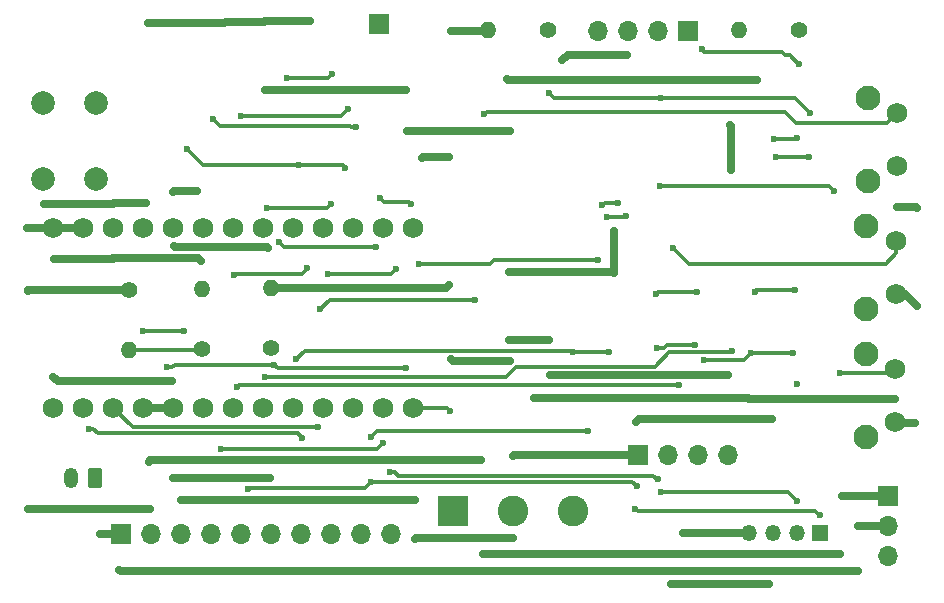
<source format=gbr>
%TF.GenerationSoftware,KiCad,Pcbnew,8.0.6-8.0.6-0~ubuntu24.04.1*%
%TF.CreationDate,2025-11-22T22:57:41-05:00*%
%TF.ProjectId,rook,726f6f6b-2e6b-4696-9361-645f70636258,rev?*%
%TF.SameCoordinates,Original*%
%TF.FileFunction,Copper,L2,Bot*%
%TF.FilePolarity,Positive*%
%FSLAX46Y46*%
G04 Gerber Fmt 4.6, Leading zero omitted, Abs format (unit mm)*
G04 Created by KiCad (PCBNEW 8.0.6-8.0.6-0~ubuntu24.04.1) date 2025-11-22 22:57:41*
%MOMM*%
%LPD*%
G01*
G04 APERTURE LIST*
G04 Aperture macros list*
%AMRoundRect*
0 Rectangle with rounded corners*
0 $1 Rounding radius*
0 $2 $3 $4 $5 $6 $7 $8 $9 X,Y pos of 4 corners*
0 Add a 4 corners polygon primitive as box body*
4,1,4,$2,$3,$4,$5,$6,$7,$8,$9,$2,$3,0*
0 Add four circle primitives for the rounded corners*
1,1,$1+$1,$2,$3*
1,1,$1+$1,$4,$5*
1,1,$1+$1,$6,$7*
1,1,$1+$1,$8,$9*
0 Add four rect primitives between the rounded corners*
20,1,$1+$1,$2,$3,$4,$5,0*
20,1,$1+$1,$4,$5,$6,$7,0*
20,1,$1+$1,$6,$7,$8,$9,0*
20,1,$1+$1,$8,$9,$2,$3,0*%
G04 Aperture macros list end*
%TA.AperFunction,ComponentPad*%
%ADD10R,1.700000X1.700000*%
%TD*%
%TA.AperFunction,ComponentPad*%
%ADD11O,1.700000X1.700000*%
%TD*%
%TA.AperFunction,ComponentPad*%
%ADD12C,1.752600*%
%TD*%
%TA.AperFunction,ComponentPad*%
%ADD13C,1.400000*%
%TD*%
%TA.AperFunction,ComponentPad*%
%ADD14O,1.400000X1.400000*%
%TD*%
%TA.AperFunction,ComponentPad*%
%ADD15C,2.000000*%
%TD*%
%TA.AperFunction,ComponentPad*%
%ADD16C,2.100000*%
%TD*%
%TA.AperFunction,ComponentPad*%
%ADD17C,1.750000*%
%TD*%
%TA.AperFunction,ComponentPad*%
%ADD18O,1.350000X1.350000*%
%TD*%
%TA.AperFunction,ComponentPad*%
%ADD19R,1.350000X1.350000*%
%TD*%
%TA.AperFunction,ComponentPad*%
%ADD20R,2.600000X2.600000*%
%TD*%
%TA.AperFunction,ComponentPad*%
%ADD21C,2.600000*%
%TD*%
%TA.AperFunction,ComponentPad*%
%ADD22O,1.200000X1.750000*%
%TD*%
%TA.AperFunction,ComponentPad*%
%ADD23RoundRect,0.250000X0.350000X0.625000X-0.350000X0.625000X-0.350000X-0.625000X0.350000X-0.625000X0*%
%TD*%
%TA.AperFunction,ViaPad*%
%ADD24C,0.600000*%
%TD*%
%TA.AperFunction,Conductor*%
%ADD25C,0.300000*%
%TD*%
%TA.AperFunction,Conductor*%
%ADD26C,0.700000*%
%TD*%
G04 APERTURE END LIST*
D10*
%TO.P,J9,1,Pin_1*%
%TO.N,V_EXT*%
X6400000Y-42100000D03*
D11*
%TO.P,J9,2,Pin_2*%
%TO.N,BAT*%
X8940000Y-42100000D03*
%TO.P,J9,3,Pin_3*%
%TO.N,3V3*%
X11480000Y-42100000D03*
%TO.P,J9,4,Pin_4*%
%TO.N,SDA*%
X14020000Y-42100000D03*
%TO.P,J9,5,Pin_5*%
%TO.N,SCL*%
X16560000Y-42100000D03*
%TO.P,J9,6,Pin_6*%
%TO.N,GND*%
X19100000Y-42100000D03*
%TO.P,J9,7,Pin_7*%
%TO.N,P0_6*%
X21640000Y-42100000D03*
%TO.P,J9,8,Pin_8*%
%TO.N,P0_8*%
X24180000Y-42100000D03*
%TO.P,J9,9,Pin_9*%
%TO.N,P2*%
X26720000Y-42100000D03*
%TO.P,J9,10,Pin_10*%
%TO.N,P3*%
X29260000Y-42100000D03*
%TD*%
D12*
%TO.P,U2,1,TX0/P0.06*%
%TO.N,P0_6*%
X3240000Y-31450000D03*
%TO.P,U2,2,RX1/P0.08*%
%TO.N,P0_8*%
X5780000Y-31450000D03*
%TO.P,U2,3,GND*%
%TO.N,GND*%
X8320000Y-31450000D03*
%TO.P,U2,4,GND*%
X10860000Y-31450000D03*
%TO.P,U2,5,P0.17*%
%TO.N,RF_SW*%
X13400000Y-31450000D03*
%TO.P,U2,6,P0.20*%
%TO.N,GPS_RX*%
X15940000Y-31450000D03*
%TO.P,U2,7,P0.22*%
%TO.N,GPS_TX*%
X18480000Y-31450000D03*
%TO.P,U2,8,P0.24*%
%TO.N,GPS_EN*%
X21020000Y-31450000D03*
%TO.P,U2,9,P1.00*%
%TO.N,BUTTON_A*%
X23560000Y-31450000D03*
%TO.P,U2,10,P0.11*%
%TO.N,SCL*%
X26100000Y-31450000D03*
%TO.P,U2,11,P1.04*%
%TO.N,SDA*%
X28640000Y-31450000D03*
%TO.P,U2,12,P1.06*%
%TO.N,P1_06*%
X31180000Y-31450000D03*
%TO.P,U2,13,NFC1/P0.09*%
%TO.N,LORA_RST*%
X31180000Y-16210000D03*
%TO.P,U2,14,NFC2/P0.10*%
%TO.N,DIO1*%
X28640000Y-16210000D03*
%TO.P,U2,15,P1.11*%
%TO.N,SCK*%
X26100000Y-16210000D03*
%TO.P,U2,16,P1.13*%
%TO.N,LORA_CS*%
X23560000Y-16210000D03*
%TO.P,U2,17,P1.15*%
%TO.N,MOSI*%
X21020000Y-16210000D03*
%TO.P,U2,18,AIN0/P0.02*%
%TO.N,MISO*%
X18480000Y-16210000D03*
%TO.P,U2,19,AIN5/P0.29*%
%TO.N,BUSY*%
X15940000Y-16210000D03*
%TO.P,U2,20,AIN7/P0.31*%
%TO.N,MESH_BATT_MEASURE*%
X13400000Y-16210000D03*
%TO.P,U2,21,VCC*%
%TO.N,3V3*%
X10860000Y-16210000D03*
%TO.P,U2,22,RST*%
%TO.N,MESH_RST*%
X8320000Y-16210000D03*
%TO.P,U2,23,GND*%
%TO.N,GND*%
X5780000Y-16210000D03*
%TO.P,U2,24,BAT*%
%TO.N,BAT*%
X3240000Y-16210000D03*
%TO.P,U2,25,BAT*%
X700000Y-16210000D03*
%TO.P,U2,26,GND*%
%TO.N,GND*%
X700000Y-31450000D03*
%TD*%
D13*
%TO.P,R10,1*%
%TO.N,P1_06*%
X19150000Y-26380000D03*
D14*
%TO.P,R10,2*%
%TO.N,3V3*%
X19150000Y-21300000D03*
%TD*%
D15*
%TO.P,SW4,1,1*%
%TO.N,MESH_RST*%
X4300000Y-5600000D03*
X4300000Y-12100000D03*
%TO.P,SW4,2,2*%
%TO.N,GND*%
X-200000Y-5600000D03*
X-200000Y-12100000D03*
%TD*%
D16*
%TO.P,SW1,*%
%TO.N,*%
X69660000Y-5200000D03*
X69660000Y-12210000D03*
D17*
%TO.P,SW1,1,1*%
%TO.N,BUTTON_A*%
X72150000Y-6450000D03*
%TO.P,SW1,2,2*%
%TO.N,GND*%
X72150000Y-10950000D03*
%TD*%
D13*
%TO.P,R1,1*%
%TO.N,MESH_BATT_MEASURE*%
X13300000Y-26500000D03*
D14*
%TO.P,R1,2*%
%TO.N,GND*%
X13300000Y-21420000D03*
%TD*%
D16*
%TO.P,SW2,*%
%TO.N,*%
X69560000Y-16050000D03*
X69560000Y-23060000D03*
D17*
%TO.P,SW2,1,1*%
%TO.N,BUTTON_B*%
X72050000Y-17300000D03*
%TO.P,SW2,2,2*%
%TO.N,GND*%
X72050000Y-21800000D03*
%TD*%
D16*
%TO.P,SW3,*%
%TO.N,*%
X69510000Y-26900000D03*
X69510000Y-33910000D03*
D17*
%TO.P,SW3,1,1*%
%TO.N,BUTTON_C*%
X72000000Y-28150000D03*
%TO.P,SW3,2,2*%
%TO.N,GND*%
X72000000Y-32650000D03*
%TD*%
D10*
%TO.P,J3,4,Pin_4*%
%TO.N,SDA*%
X54450000Y440000D03*
D11*
%TO.P,J3,3,Pin_3*%
%TO.N,SCL*%
X51910000Y440000D03*
%TO.P,J3,2,Pin_2*%
%TO.N,GND*%
X49370000Y440000D03*
%TO.P,J3,1,Pin_1*%
%TO.N,3V3*%
X46830000Y440000D03*
%TD*%
D13*
%TO.P,R3,1*%
%TO.N,SCL*%
X42620000Y580000D03*
D14*
%TO.P,R3,2*%
%TO.N,3V3*%
X37540000Y580000D03*
%TD*%
D13*
%TO.P,R2,1*%
%TO.N,BAT*%
X7150000Y-21500000D03*
D14*
%TO.P,R2,2*%
%TO.N,MESH_BATT_MEASURE*%
X7150000Y-26580000D03*
%TD*%
D18*
%TO.P,U4,1,GND*%
%TO.N,GND*%
X59650000Y-42050000D03*
%TO.P,U4,2,VCC*%
%TO.N,3V3*%
X61650000Y-42050000D03*
%TO.P,U4,3,SDA*%
%TO.N,SDA*%
X63650000Y-42050000D03*
D19*
%TO.P,U4,4,SCL*%
%TO.N,SCL*%
X65650000Y-42050000D03*
%TD*%
D10*
%TO.P,J8,1,Pin_1*%
%TO.N,BAT*%
X71400000Y-38920000D03*
D11*
%TO.P,J8,2,Pin_2*%
%TO.N,V_EXT*%
X71400000Y-41460000D03*
%TO.P,J8,3,Pin_3*%
%TO.N,unconnected-(J8-Pin_3-Pad3)*%
X71400000Y-44000000D03*
%TD*%
D20*
%TO.P,J7,1,Pin_1*%
%TO.N,P1_06*%
X34550000Y-40150000D03*
D21*
%TO.P,J7,2,Pin_2*%
%TO.N,3V3*%
X39630000Y-40150000D03*
%TO.P,J7,3,Pin_3*%
%TO.N,GND*%
X44710000Y-40150000D03*
%TD*%
D10*
%TO.P,J4,1,Pin_1*%
%TO.N,ANT*%
X28250000Y1040000D03*
%TD*%
D14*
%TO.P,R4,2*%
%TO.N,3V3*%
X58760000Y570000D03*
D13*
%TO.P,R4,1*%
%TO.N,SDA*%
X63840000Y570000D03*
%TD*%
D10*
%TO.P,J2,1,Pin_1*%
%TO.N,3V3*%
X50180000Y-35450000D03*
D11*
%TO.P,J2,2,Pin_2*%
%TO.N,Net-(J2-Pin_2)*%
X52720000Y-35450000D03*
%TO.P,J2,3,Pin_3*%
%TO.N,Net-(J2-Pin_3)*%
X55260000Y-35450000D03*
%TO.P,J2,4,Pin_4*%
%TO.N,GPS_GND*%
X57800000Y-35450000D03*
%TD*%
D22*
%TO.P,J1,2,Pin_2*%
%TO.N,GND*%
X2200000Y-37400000D03*
D23*
%TO.P,J1,1,Pin_1*%
%TO.N,V_EXT*%
X4200000Y-37400000D03*
%TD*%
D24*
%TO.N,GND*%
X73850000Y-22800000D03*
%TO.N,V_EXT*%
X4700003Y-42100000D03*
%TO.N,GND*%
X10800000Y-29200000D03*
X700000Y-28800000D03*
%TO.N,P3*%
X49200000Y-15200000D03*
X47600000Y-15300000D03*
X31700000Y-19300000D03*
X46800000Y-18900000D03*
%TO.N,P2*%
X48500000Y-14100000D03*
X46000000Y-33400000D03*
X47200000Y-14300000D03*
X27600000Y-33900000D03*
%TO.N,SCL*%
X42700000Y-4800000D03*
%TO.N,LORA_CS*%
X29700000Y-19700000D03*
X24000000Y-20100000D03*
%TO.N,P1_06*%
X10300000Y-28000000D03*
%TO.N,MOSI*%
X12000000Y-9500000D03*
%TO.N,SCK*%
X14200000Y-7000000D03*
X26300000Y-7700000D03*
%TO.N,DIO1*%
X20500000Y-3500000D03*
X19800000Y-17400000D03*
X24300000Y-3200000D03*
X28000000Y-17800000D03*
%TO.N,LORA_RST*%
X31000000Y-14200000D03*
X28400000Y-13700000D03*
%TO.N,RF_SW*%
X22200000Y-19600000D03*
X16000000Y-20200000D03*
%TO.N,MOSI*%
X25400000Y-11100000D03*
X21500000Y-10900000D03*
%TO.N,MISO*%
X24200000Y-14200000D03*
X18800000Y-14500000D03*
%TO.N,BUSY*%
X25700000Y-6100000D03*
X16600000Y-6700000D03*
%TO.N,MESH_BATT_MEASURE*%
X11800000Y-24900000D03*
X8300000Y-24900000D03*
%TO.N,P0_8*%
X23100000Y-33100000D03*
%TO.N,P0_6*%
X21800000Y-34000000D03*
X3700000Y-33200000D03*
%TO.N,SCL*%
X17200000Y-38300000D03*
%TO.N,SDA*%
X14900000Y-34900000D03*
X28640000Y-34400000D03*
%TO.N,P1_06*%
X19400000Y-27800000D03*
X30600000Y-28100000D03*
%TO.N,BUTTON_A*%
X36400000Y-22300000D03*
X23300000Y-23100000D03*
X37200000Y-6600000D03*
%TO.N,BUTTON_B*%
X53200000Y-17900000D03*
%TO.N,BUTTON_C*%
X67300000Y-28500000D03*
X66800000Y-13100000D03*
X52100000Y-12700000D03*
%TO.N,GPS_EN*%
X21300000Y-27300000D03*
X44700000Y-26700000D03*
X47800000Y-26700000D03*
%TO.N,GPS_RX*%
X16300000Y-29700000D03*
X53700000Y-29550000D03*
%TO.N,GPS_TX*%
X58200000Y-26600000D03*
X18600000Y-28800000D03*
%TO.N,Net-(J2-Pin_2)*%
X51800000Y-26400000D03*
X55000000Y-26100000D03*
%TO.N,GPS_RX*%
X51700000Y-21800000D03*
X55200000Y-21600000D03*
%TO.N,GPS_TX*%
X60100000Y-21600000D03*
X63500000Y-21500000D03*
%TO.N,Net-(J2-Pin_3)*%
X63300000Y-26800000D03*
%TO.N,SDA*%
X63650000Y-29400000D03*
%TO.N,Net-(J2-Pin_3)*%
X59800000Y-26800000D03*
X55800000Y-27400000D03*
%TO.N,P1_06*%
X34300000Y-31700000D03*
%TO.N,SCL*%
X50100000Y-38100000D03*
X27600000Y-37700000D03*
%TO.N,SDA*%
X51900000Y-37500000D03*
X29200000Y-36900000D03*
%TO.N,SCL*%
X50000000Y-40000000D03*
X65650000Y-40500000D03*
%TO.N,SDA*%
X52200000Y-38600000D03*
X63650000Y-39300000D03*
%TO.N,3V3*%
X53000000Y-46400000D03*
X61300000Y-46400000D03*
%TO.N,SDA*%
X63840000Y-2300000D03*
%TO.N,SCL*%
X64800000Y-6500000D03*
X52200000Y-5200000D03*
%TO.N,SDA*%
X61700000Y-8700000D03*
X63700000Y-8600000D03*
%TO.N,3V3*%
X58000000Y-7500000D03*
X58100000Y-11300000D03*
%TO.N,SCL*%
X61900000Y-10200000D03*
X64700000Y-10200000D03*
%TO.N,3V3*%
X39160000Y-3590000D03*
X60300000Y-3650000D03*
X46850000Y-3650000D03*
%TO.N,GPS_GND*%
X42800000Y-28650000D03*
X57800000Y-28700000D03*
X42700000Y-25700000D03*
X39300000Y-25700000D03*
%TO.N,GND*%
X18650000Y-4550000D03*
X41450000Y-30650000D03*
X41350000Y-19950000D03*
X73700000Y-32700000D03*
X72150000Y-14450000D03*
X73850000Y-14550000D03*
X49250000Y-1550000D03*
X43800000Y-2000000D03*
X39350000Y-8000000D03*
X30650000Y-8000000D03*
%TO.N,3V3*%
X31350000Y-42550000D03*
X39600000Y-42500000D03*
%TO.N,BAT*%
X37050000Y-43800000D03*
X36950000Y-35900000D03*
X8800000Y-36000000D03*
X67300000Y-43800000D03*
%TO.N,GND*%
X71950000Y-30700000D03*
X44700000Y-30600000D03*
X59650000Y-30700000D03*
%TO.N,3V3*%
X50050000Y-32650000D03*
%TO.N,GND*%
X54000000Y-42050000D03*
X48150000Y-16450000D03*
%TO.N,3V3*%
X34350000Y500000D03*
%TO.N,GND*%
X48150000Y-20000000D03*
X44500000Y-19950000D03*
X39300000Y-19950000D03*
X8700000Y1150000D03*
X8600000Y-14100000D03*
X15200000Y1150000D03*
X18550000Y1250000D03*
X22450000Y1350000D03*
X22400000Y-4550000D03*
X26900000Y-4550000D03*
X30600000Y-4550000D03*
%TO.N,3V3*%
X31900000Y-10300000D03*
X34250000Y-10200000D03*
X10850000Y-13150000D03*
X12850000Y-13100000D03*
X34400000Y-27300000D03*
X39400000Y-27450000D03*
X34250000Y-21050000D03*
X39600000Y-35550000D03*
X31300000Y-39250000D03*
X11550000Y-39250000D03*
%TO.N,BAT*%
X-1550000Y-16200000D03*
X-1450000Y-21550000D03*
X8900000Y-40050000D03*
X-1450000Y-40000000D03*
%TO.N,GND*%
X19050000Y-37400000D03*
X10850000Y-37350000D03*
X750000Y-18800000D03*
%TO.N,3V3*%
X18900000Y-17900000D03*
X10950000Y-17750000D03*
%TO.N,GND*%
X13250000Y-19050000D03*
X5800000Y-18750000D03*
X5850000Y-14100000D03*
X-50000Y-14150000D03*
%TO.N,3V3*%
X61600000Y-32400000D03*
%TO.N,BAT*%
X67500000Y-38900000D03*
%TO.N,V_EXT*%
X68850000Y-45250000D03*
X6300000Y-45150000D03*
X68850000Y-41450000D03*
%TO.N,SDA*%
X55600000Y-1100000D03*
%TD*%
D25*
%TO.N,BUTTON_C*%
X67300000Y-28500000D02*
X71650000Y-28500000D01*
X71650000Y-28500000D02*
X72000000Y-28150000D01*
D26*
%TO.N,GND*%
X72050000Y-21800000D02*
X72850000Y-21800000D01*
X72850000Y-21800000D02*
X73850000Y-22800000D01*
D25*
%TO.N,BUTTON_B*%
X72050000Y-17300000D02*
X72050000Y-18350000D01*
D26*
%TO.N,V_EXT*%
X4700003Y-42100000D02*
X6400000Y-42100000D01*
%TO.N,GND*%
X1100000Y-29200000D02*
X10800000Y-29200000D01*
X700000Y-28800000D02*
X1100000Y-29200000D01*
D25*
%TO.N,P3*%
X49100000Y-15300000D02*
X49200000Y-15200000D01*
X47600000Y-15300000D02*
X49100000Y-15300000D01*
X31700000Y-19300000D02*
X37660051Y-19300000D01*
X38060051Y-18900000D02*
X46800000Y-18900000D01*
X37660051Y-19300000D02*
X38060051Y-18900000D01*
%TO.N,P2*%
X47400000Y-14100000D02*
X47200000Y-14300000D01*
X48500000Y-14100000D02*
X47400000Y-14100000D01*
X28100000Y-33400000D02*
X27600000Y-33900000D01*
X46000000Y-33400000D02*
X28100000Y-33400000D01*
%TO.N,SCL*%
X43100000Y-5200000D02*
X42700000Y-4800000D01*
X52200000Y-5200000D02*
X43100000Y-5200000D01*
%TO.N,LORA_CS*%
X29300000Y-20100000D02*
X29700000Y-19700000D01*
X24000000Y-20100000D02*
X29300000Y-20100000D01*
%TO.N,P1_06*%
X10300000Y-28000000D02*
X10800000Y-28000000D01*
X10800000Y-28000000D02*
X11000000Y-27800000D01*
X11000000Y-27800000D02*
X19400000Y-27800000D01*
%TO.N,MOSI*%
X13400000Y-10900000D02*
X12000000Y-9500000D01*
X21500000Y-10900000D02*
X13400000Y-10900000D01*
%TO.N,SCK*%
X17300000Y-7600000D02*
X14800000Y-7600000D01*
X14800000Y-7600000D02*
X14200000Y-7000000D01*
X26300000Y-7700000D02*
X25900000Y-7700000D01*
X25900000Y-7700000D02*
X25800000Y-7600000D01*
X25800000Y-7600000D02*
X17300000Y-7600000D01*
%TO.N,DIO1*%
X20200000Y-17800000D02*
X19800000Y-17400000D01*
X28000000Y-17800000D02*
X20200000Y-17800000D01*
X24000000Y-3500000D02*
X24300000Y-3200000D01*
X20500000Y-3500000D02*
X24000000Y-3500000D01*
%TO.N,LORA_RST*%
X30800000Y-14000000D02*
X31000000Y-14200000D01*
X28700000Y-14000000D02*
X30800000Y-14000000D01*
X28400000Y-13700000D02*
X28700000Y-14000000D01*
%TO.N,RF_SW*%
X16100000Y-20100000D02*
X21800000Y-20100000D01*
X22200000Y-19700000D02*
X22200000Y-19600000D01*
X16000000Y-20200000D02*
X16100000Y-20100000D01*
X21800000Y-20100000D02*
X22200000Y-19700000D01*
%TO.N,MOSI*%
X25200000Y-10900000D02*
X25400000Y-11100000D01*
X21500000Y-10900000D02*
X25200000Y-10900000D01*
%TO.N,MISO*%
X23900000Y-14500000D02*
X24200000Y-14200000D01*
X18800000Y-14500000D02*
X23600000Y-14500000D01*
X23600000Y-14500000D02*
X23900000Y-14500000D01*
%TO.N,BUSY*%
X25100000Y-6700000D02*
X25700000Y-6100000D01*
X16600000Y-6700000D02*
X25100000Y-6700000D01*
%TO.N,MESH_BATT_MEASURE*%
X8300000Y-24900000D02*
X11800000Y-24900000D01*
X7150000Y-26580000D02*
X13220000Y-26580000D01*
X13220000Y-26580000D02*
X13300000Y-26500000D01*
%TO.N,P0_8*%
X23100000Y-33100000D02*
X7430000Y-33100000D01*
X7430000Y-33100000D02*
X5780000Y-31450000D01*
%TO.N,P0_6*%
X21400000Y-33600000D02*
X21800000Y-34000000D01*
X19400000Y-33600000D02*
X21400000Y-33600000D01*
X3700000Y-33200000D02*
X4100000Y-33200000D01*
X4100000Y-33200000D02*
X4500000Y-33600000D01*
X4500000Y-33600000D02*
X19400000Y-33600000D01*
%TO.N,SCL*%
X17200000Y-38300000D02*
X17300000Y-38200000D01*
X17300000Y-38200000D02*
X27100000Y-38200000D01*
X27100000Y-38200000D02*
X27600000Y-37700000D01*
%TO.N,SDA*%
X14900000Y-34900000D02*
X28140000Y-34900000D01*
X28140000Y-34900000D02*
X28640000Y-34400000D01*
%TO.N,P1_06*%
X19700000Y-28100000D02*
X19400000Y-27800000D01*
X30600000Y-28100000D02*
X19700000Y-28100000D01*
%TO.N,BUTTON_A*%
X71275001Y-7324999D02*
X63624999Y-7324999D01*
X62700000Y-6400000D02*
X37400000Y-6400000D01*
X36400000Y-22300000D02*
X24100000Y-22300000D01*
X63624999Y-7324999D02*
X62700000Y-6400000D01*
X37400000Y-6400000D02*
X37200000Y-6600000D01*
X24100000Y-22300000D02*
X23300000Y-23100000D01*
X72150000Y-6450000D02*
X71275001Y-7324999D01*
%TO.N,BUTTON_B*%
X53200000Y-17900000D02*
X54524999Y-19224999D01*
X54524999Y-19224999D02*
X71175001Y-19224999D01*
X71175001Y-19224999D02*
X72050000Y-18350000D01*
%TO.N,BUTTON_C*%
X52100000Y-12700000D02*
X65800000Y-12700000D01*
X65800000Y-12700000D02*
X66400000Y-12700000D01*
X66400000Y-12700000D02*
X66800000Y-13100000D01*
%TO.N,GPS_EN*%
X22000000Y-26600000D02*
X21300000Y-27300000D01*
X44600000Y-26600000D02*
X22000000Y-26600000D01*
X44700000Y-26700000D02*
X44600000Y-26600000D01*
X47800000Y-26700000D02*
X44700000Y-26700000D01*
%TO.N,GPS_RX*%
X16450000Y-29550000D02*
X16300000Y-29700000D01*
X53700000Y-29550000D02*
X16450000Y-29550000D01*
%TO.N,GPS_TX*%
X52850000Y-26750000D02*
X51650000Y-27950000D01*
X39039949Y-28800000D02*
X18600000Y-28800000D01*
X58200000Y-26600000D02*
X58050000Y-26750000D01*
X58050000Y-26750000D02*
X52850000Y-26750000D01*
X51650000Y-27950000D02*
X39889949Y-27950000D01*
X39889949Y-27950000D02*
X39039949Y-28800000D01*
%TO.N,Net-(J2-Pin_2)*%
X51800000Y-26400000D02*
X52400000Y-26400000D01*
X52400000Y-26400000D02*
X52700000Y-26100000D01*
X52700000Y-26100000D02*
X55000000Y-26100000D01*
%TO.N,GPS_RX*%
X51900000Y-21600000D02*
X51700000Y-21800000D01*
X55200000Y-21600000D02*
X51900000Y-21600000D01*
%TO.N,GPS_TX*%
X63500000Y-21500000D02*
X60200000Y-21500000D01*
X60200000Y-21500000D02*
X60100000Y-21600000D01*
%TO.N,Net-(J2-Pin_3)*%
X63300000Y-26800000D02*
X59800000Y-26800000D01*
X59200000Y-27400000D02*
X59800000Y-26800000D01*
X55800000Y-27400000D02*
X59200000Y-27400000D01*
%TO.N,P1_06*%
X34300000Y-31700000D02*
X34050000Y-31450000D01*
X34050000Y-31450000D02*
X31180000Y-31450000D01*
%TO.N,SCL*%
X49700000Y-37700000D02*
X50100000Y-38100000D01*
X27600000Y-37700000D02*
X49700000Y-37700000D01*
%TO.N,SDA*%
X29900000Y-37200000D02*
X51500000Y-37200000D01*
X29600000Y-36900000D02*
X29900000Y-37200000D01*
X29200000Y-36900000D02*
X29600000Y-36900000D01*
X51800000Y-37500000D02*
X51900000Y-37500000D01*
X51500000Y-37200000D02*
X51800000Y-37500000D01*
%TO.N,SCL*%
X50200000Y-40200000D02*
X50000000Y-40000000D01*
X65200000Y-40200000D02*
X50200000Y-40200000D01*
X65650000Y-40500000D02*
X65500000Y-40500000D01*
X65500000Y-40500000D02*
X65200000Y-40200000D01*
%TO.N,SDA*%
X52200000Y-38600000D02*
X62950000Y-38600000D01*
X62950000Y-38600000D02*
X63650000Y-39300000D01*
D26*
%TO.N,3V3*%
X61300000Y-46400000D02*
X53000000Y-46400000D01*
D25*
%TO.N,SCL*%
X52200000Y-5200000D02*
X63500000Y-5200000D01*
X63500000Y-5200000D02*
X64800000Y-6500000D01*
%TO.N,SDA*%
X61700000Y-8700000D02*
X63600000Y-8700000D01*
X63600000Y-8700000D02*
X63700000Y-8600000D01*
D26*
%TO.N,3V3*%
X58100000Y-7600000D02*
X58000000Y-7500000D01*
X58100000Y-11300000D02*
X58100000Y-7600000D01*
D25*
%TO.N,SCL*%
X64700000Y-10200000D02*
X61900000Y-10200000D01*
D26*
%TO.N,3V3*%
X39220000Y-3650000D02*
X39160000Y-3590000D01*
X41250000Y-3650000D02*
X39220000Y-3650000D01*
X46850000Y-3650000D02*
X60300000Y-3650000D01*
X46850000Y-3650000D02*
X41250000Y-3650000D01*
%TO.N,GPS_GND*%
X42850000Y-28700000D02*
X42800000Y-28650000D01*
X57800000Y-28700000D02*
X42850000Y-28700000D01*
X39300000Y-25700000D02*
X42700000Y-25700000D01*
%TO.N,GND*%
X18650000Y-4550000D02*
X22400000Y-4550000D01*
X44650000Y-30650000D02*
X44700000Y-30600000D01*
X41450000Y-30650000D02*
X44650000Y-30650000D01*
X39300000Y-19950000D02*
X44500000Y-19950000D01*
X72050000Y-32700000D02*
X72000000Y-32650000D01*
X73700000Y-32700000D02*
X72050000Y-32700000D01*
X72150000Y-14450000D02*
X73750000Y-14450000D01*
X73750000Y-14450000D02*
X73850000Y-14550000D01*
X49250000Y-1550000D02*
X44250000Y-1550000D01*
X44250000Y-1550000D02*
X43800000Y-2000000D01*
X39350000Y-8000000D02*
X30650000Y-8000000D01*
%TO.N,3V3*%
X31400000Y-42500000D02*
X31350000Y-42550000D01*
X39600000Y-42500000D02*
X31400000Y-42500000D01*
%TO.N,BAT*%
X36950000Y-35900000D02*
X8900000Y-35900000D01*
X8900000Y-35900000D02*
X8800000Y-36000000D01*
X67300000Y-43800000D02*
X37050000Y-43800000D01*
%TO.N,GND*%
X59650000Y-30700000D02*
X71950000Y-30700000D01*
X59550000Y-30600000D02*
X59650000Y-30700000D01*
X44700000Y-30600000D02*
X59550000Y-30600000D01*
%TO.N,3V3*%
X50300000Y-32400000D02*
X50050000Y-32650000D01*
%TO.N,GND*%
X59650000Y-42050000D02*
X54000000Y-42050000D01*
X48150000Y-16450000D02*
X48150000Y-20000000D01*
%TO.N,3V3*%
X34350000Y500000D02*
X37350000Y500000D01*
X37350000Y500000D02*
X37450000Y600000D01*
%TO.N,GND*%
X48100000Y-19950000D02*
X48150000Y-20000000D01*
X44500000Y-19950000D02*
X48100000Y-19950000D01*
X15200000Y1150000D02*
X8700000Y1150000D01*
X5850000Y-14100000D02*
X8600000Y-14100000D01*
X26900000Y-4550000D02*
X22400000Y-4550000D01*
X15300000Y1250000D02*
X15200000Y1150000D01*
X18550000Y1250000D02*
X15300000Y1250000D01*
X22450000Y1350000D02*
X18650000Y1350000D01*
X18650000Y1350000D02*
X18550000Y1250000D01*
X30600000Y-4550000D02*
X26900000Y-4550000D01*
%TO.N,3V3*%
X32000000Y-10200000D02*
X31900000Y-10300000D01*
X34250000Y-10200000D02*
X32000000Y-10200000D01*
X12850000Y-13100000D02*
X10900000Y-13100000D01*
X10900000Y-13100000D02*
X10850000Y-13150000D01*
X34550000Y-27450000D02*
X34400000Y-27300000D01*
X39400000Y-27450000D02*
X34550000Y-27450000D01*
X34000000Y-21300000D02*
X19150000Y-21300000D01*
X34250000Y-21050000D02*
X34000000Y-21300000D01*
X39600000Y-35550000D02*
X39700000Y-35450000D01*
X39700000Y-35450000D02*
X50180000Y-35450000D01*
X11550000Y-39250000D02*
X31300000Y-39250000D01*
%TO.N,BAT*%
X700000Y-16210000D02*
X3240000Y-16210000D01*
X-1550000Y-16200000D02*
X690000Y-16200000D01*
X690000Y-16200000D02*
X700000Y-16210000D01*
X-1400000Y-21500000D02*
X7150000Y-21500000D01*
X8900000Y-40050000D02*
X-1400000Y-40050000D01*
X-1400000Y-40050000D02*
X-1450000Y-40000000D01*
X-1450000Y-21550000D02*
X-1400000Y-21500000D01*
%TO.N,GND*%
X19000000Y-37350000D02*
X19050000Y-37400000D01*
X10850000Y-37350000D02*
X19000000Y-37350000D01*
X8320000Y-31450000D02*
X10860000Y-31450000D01*
X5750000Y-18800000D02*
X5800000Y-18750000D01*
X750000Y-18800000D02*
X5750000Y-18800000D01*
%TO.N,3V3*%
X18800000Y-17800000D02*
X18900000Y-17900000D01*
X11000000Y-17800000D02*
X18800000Y-17800000D01*
X10950000Y-17750000D02*
X11000000Y-17800000D01*
%TO.N,GND*%
X12950000Y-18750000D02*
X13250000Y-19050000D01*
X5800000Y-18750000D02*
X12950000Y-18750000D01*
X5800000Y-14150000D02*
X5850000Y-14100000D01*
X-50000Y-14150000D02*
X5800000Y-14150000D01*
%TO.N,3V3*%
X61600000Y-32400000D02*
X50300000Y-32400000D01*
%TO.N,BAT*%
X67520000Y-38920000D02*
X67500000Y-38900000D01*
X71400000Y-38920000D02*
X67520000Y-38920000D01*
%TO.N,V_EXT*%
X71400000Y-41460000D02*
X68860000Y-41460000D01*
X68860000Y-41460000D02*
X68850000Y-41450000D01*
X6400000Y-45250000D02*
X6300000Y-45150000D01*
X68850000Y-45250000D02*
X6400000Y-45250000D01*
D25*
%TO.N,SDA*%
X62400000Y-1300000D02*
X56600000Y-1300000D01*
X62700000Y-1600000D02*
X62400000Y-1300000D01*
X56600000Y-1300000D02*
X55800000Y-1300000D01*
X63100000Y-1600000D02*
X62700000Y-1600000D01*
X63840000Y-2300000D02*
X63800000Y-2300000D01*
X63800000Y-2300000D02*
X63100000Y-1600000D01*
X55800000Y-1300000D02*
X55600000Y-1100000D01*
%TD*%
M02*

</source>
